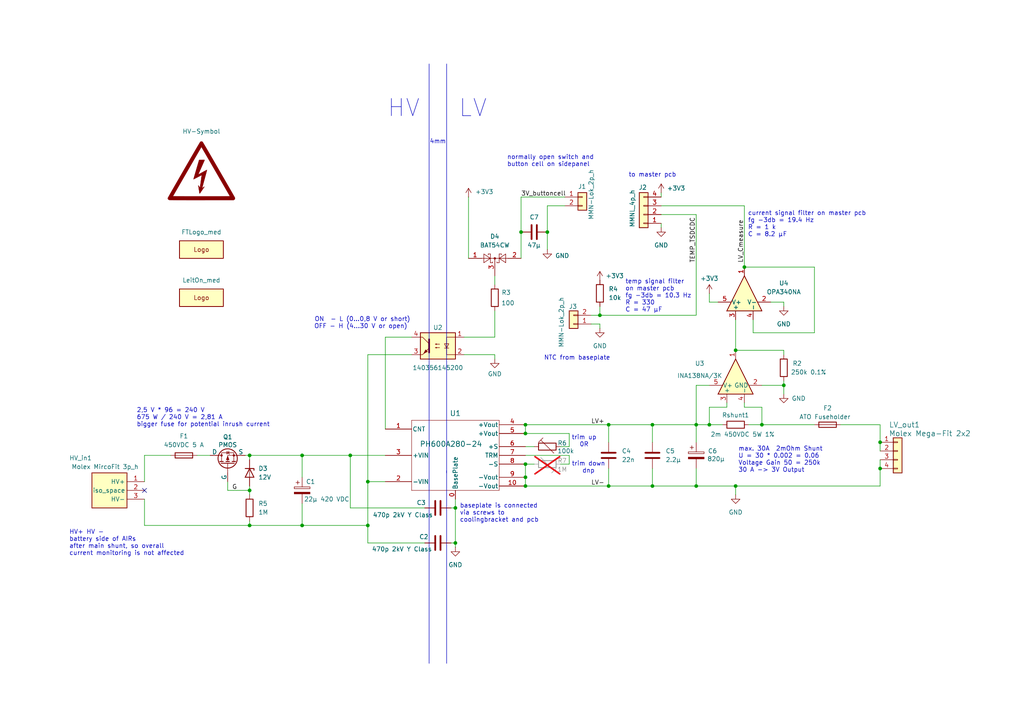
<source format=kicad_sch>
(kicad_sch (version 20231120) (generator "eeschema") (generator_version "8.0")
  (paper "A4")
  (title_block (title "TS-DCDC") (date "2024-12-12") (rev "0.5"))
  (lib_symbols
    (symbol "2024-11-18_21-41-11:PH600A280-24" (pin_names (offset 0.254))
      (property "Reference" "U1" (at 20.32 7.112 0))
      (property "Value" "PH600A280-24" (at 19.05 -1.778 0))
      (symbol "PH600A280-24_0_1"
        (polyline (pts (xy 7.62 -15.24) (xy 33.02 -15.24)) (stroke (width 0.127)))
        (polyline (pts (xy 7.62 5.08) (xy 7.62 -15.24)) (stroke (width 0.127)))
        (polyline (pts (xy 33.02 -15.24) (xy 33.02 5.08)) (stroke (width 0.127)))
        (polyline (pts (xy 33.02 5.08) (xy 7.62 5.08)) (stroke (width 0.127)))
      )
      (symbol "PH600A280-24_1_1"
        (pin passive line (at 20.32 -17.78 90) (length 2.54) (name "BasePlate") (number "0"))
        (pin input line (at 0 2.54 0) (length 7.62) (name "CNT") (number "1"))
        (pin power_out line (at 40.64 -13.97 180) (length 7.62) (name "-Vout") (number "10"))
        (pin power_in line (at 0 -12.7 0) (length 7.62) (name "-VIN") (number "2"))
        (pin power_in line (at 0 -5.08 0) (length 7.62) (name "+VIN") (number "3"))
        (pin power_out line (at 40.64 3.81 180) (length 7.62) (name "+Vout") (number "4"))
        (pin power_out line (at 40.64 1.27 180) (length 7.62) (name "+Vout") (number "5"))
        (pin input line (at 40.64 -2.54 180) (length 7.62) (name "+S") (number "6"))
        (pin input line (at 40.64 -5.08 180) (length 7.62) (name "TRM") (number "7"))
        (pin input line (at 40.64 -7.62 180) (length 7.62) (name "-S") (number "8"))
        (pin power_out line (at 40.64 -11.43 180) (length 7.62) (name "-Vout") (number "9"))
      )
    )
    (symbol "43650-0317:43650-0317"
      (property "Reference" "HV_in1" (at 10.16 -12.7 0))
      (property "Value" "43650-0317" (at 10.16 -10.16 0))
      (symbol "43650-0317_1_1"
        (rectangle (start 5.08 2.54) (end 15.24 -7.62) (stroke (width 0.254)) (fill (type background)))
        (pin power_out line (at 0 -5.08 0) (length 5.08) (name "HV+") (number "1"))
        (pin passive line (at 0 -2.54 0) (length 5.08) (name "iso_space") (number "2"))
        (pin power_out line (at 0 0 0) (length 5.08) (name "HV-") (number "3"))
      )
    )
    (symbol "Amplifier_Current:INA138" (pin_names (offset 0.127))
      (property "Reference" "U" (at 3.81 5.08 0))
      (property "Value" "INA138" (at 3.81 2.54 0))
      (symbol "INA138_0_1"
        (polyline (pts (xy -5.08 5.08) (xy 5.08 0) (xy -5.08 -5.08) (xy -5.08 5.08)) (stroke (width 0.254)) (fill (type background)))
      )
      (symbol "INA138_1_1"
        (pin output line (at 7.62 0 180) (length 2.54) (name "~") (number "1"))
        (pin power_in line (at -2.54 -7.62 90) (length 3.81) (name "GND") (number "2"))
        (pin input line (at -7.62 2.54 0) (length 2.54) (name "+") (number "3"))
        (pin input line (at -7.62 -2.54 0) (length 2.54) (name "-") (number "4"))
        (pin power_in line (at -2.54 7.62 270) (length 3.81) (name "V+") (number "5"))
      )
    )
    (symbol "Amplifier_Operational:OPA340NA" (pin_names (offset 0.127))
      (property "Reference" "U" (at -1.27 6.35 0))
      (property "Value" "OPA340NA" (at -1.27 3.81 0))
      (symbol "OPA340NA_0_1"
        (polyline (pts (xy -5.08 5.08) (xy 5.08 0) (xy -5.08 -5.08) (xy -5.08 5.08)) (stroke (width 0.254)) (fill (type background)))
        (pin power_in line (at -2.54 -7.62 90) (length 3.81) (name "V-") (number "2"))
        (pin power_in line (at -2.54 7.62 270) (length 3.81) (name "V+") (number "5"))
      )
      (symbol "OPA340NA_1_1"
        (pin output line (at 7.62 0 180) (length 2.54) (name "~") (number "1"))
        (pin input line (at -7.62 2.54 0) (length 2.54) (name "+") (number "3"))
        (pin input line (at -7.62 -2.54 0) (length 2.54) (name "-") (number "4"))
      )
    )
    (symbol "Connector_Generic:Conn_01x02" (pin_names (offset 1.016) hide)
      (property "Reference" "J" (at 0 2.54 0))
      (property "Value" "Conn_01x02" (at 0 -5.08 0))
      (symbol "Conn_01x02_1_1"
        (rectangle (start -1.27 -2.413) (end 0 -2.667) (stroke (width 0.1524)))
        (rectangle (start -1.27 0.127) (end 0 -0.127) (stroke (width 0.1524)))
        (rectangle (start -1.27 1.27) (end 1.27 -3.81) (stroke (width 0.254)) (fill (type background)))
        (pin passive line (at -5.08 0 0) (length 3.81) (name "Pin_1") (number "1"))
        (pin passive line (at -5.08 -2.54 0) (length 3.81) (name "Pin_2") (number "2"))
      )
    )
    (symbol "Connector_Generic:Conn_01x04" (pin_names (offset 1.016) hide)
      (property "Reference" "J" (at 0 5.08 0))
      (property "Value" "Conn_01x04" (at 0 -7.62 0))
      (symbol "Conn_01x04_1_1"
        (rectangle (start -1.27 -4.953) (end 0 -5.207) (stroke (width 0.1524)))
        (rectangle (start -1.27 -2.413) (end 0 -2.667) (stroke (width 0.1524)))
        (rectangle (start -1.27 0.127) (end 0 -0.127) (stroke (width 0.1524)))
        (rectangle (start -1.27 2.667) (end 0 2.413) (stroke (width 0.1524)))
        (rectangle (start -1.27 3.81) (end 1.27 -6.35) (stroke (width 0.254)) (fill (type background)))
        (pin passive line (at -5.08 2.54 0) (length 3.81) (name "Pin_1") (number "1"))
        (pin passive line (at -5.08 0 0) (length 3.81) (name "Pin_2") (number "2"))
        (pin passive line (at -5.08 -2.54 0) (length 3.81) (name "Pin_3") (number "3"))
        (pin passive line (at -5.08 -5.08 0) (length 3.81) (name "Pin_4") (number "4"))
      )
    )
    (symbol "Device:C" (pin_numbers hide) (pin_names (offset 0.254))
      (property "Reference" "C" (at 0.635 2.54 0))
      (property "Value" "C" (at 0.635 -2.54 0))
      (symbol "C_0_1"
        (polyline (pts (xy -2.032 -0.762) (xy 2.032 -0.762)) (stroke (width 0.508)))
        (polyline (pts (xy -2.032 0.762) (xy 2.032 0.762)) (stroke (width 0.508)))
      )
      (symbol "C_1_1"
        (pin passive line (at 0 3.81 270) (length 2.794) (name "~") (number "1"))
        (pin passive line (at 0 -3.81 90) (length 2.794) (name "~") (number "2"))
      )
    )
    (symbol "Device:C_Polarized" (pin_numbers hide) (pin_names (offset 0.254))
      (property "Reference" "C" (at 0.635 2.54 0))
      (property "Value" "C_Polarized" (at 0.635 -2.54 0))
      (symbol "C_Polarized_0_1"
        (rectangle (start -2.286 0.508) (end 2.286 1.016))
        (polyline (pts (xy -1.778 2.286) (xy -0.762 2.286)))
        (polyline (pts (xy -1.27 2.794) (xy -1.27 1.778)))
        (rectangle (start 2.286 -0.508) (end -2.286 -1.016) (fill (type outline)))
      )
      (symbol "C_Polarized_1_1"
        (pin passive line (at 0 3.81 270) (length 2.794) (name "~") (number "1"))
        (pin passive line (at 0 -3.81 90) (length 2.794) (name "~") (number "2"))
      )
    )
    (symbol "Device:D_Zener" (pin_numbers hide) (pin_names (offset 1.016) hide)
      (property "Reference" "D" (at 0 2.54 0))
      (property "Value" "D_Zener" (at 0 -2.54 0))
      (symbol "D_Zener_0_1"
        (polyline (pts (xy 1.27 0) (xy -1.27 0)))
        (polyline (pts (xy -1.27 -1.27) (xy -1.27 1.27) (xy -0.762 1.27)) (stroke (width 0.254)))
        (polyline (pts (xy 1.27 -1.27) (xy 1.27 1.27) (xy -1.27 0) (xy 1.27 -1.27)) (stroke (width 0.254)))
      )
      (symbol "D_Zener_1_1"
        (pin passive line (at -3.81 0 0) (length 2.54) (name "K") (number "1"))
        (pin passive line (at 3.81 0 180) (length 2.54) (name "A") (number "2"))
      )
    )
    (symbol "Device:Fuse" (pin_numbers hide) (pin_names (offset 0))
      (property "Reference" "F" (at 2.032 0 90))
      (property "Value" "Fuse" (at -1.905 0 90))
      (symbol "Fuse_0_1"
        (rectangle (start -0.762 -2.54) (end 0.762 2.54) (stroke (width 0.254)))
        (polyline (pts (xy 0 2.54) (xy 0 -2.54)))
      )
      (symbol "Fuse_1_1"
        (pin passive line (at 0 3.81 270) (length 1.27) (name "~") (number "1"))
        (pin passive line (at 0 -3.81 90) (length 1.27) (name "~") (number "2"))
      )
    )
    (symbol "Device:R" (pin_numbers hide) (pin_names (offset 0))
      (property "Reference" "R" (at 2.032 0 90))
      (property "Value" "R" (at 0 0 90))
      (symbol "R_0_1"
        (rectangle (start -1.016 -2.54) (end 1.016 2.54) (stroke (width 0.254)))
      )
      (symbol "R_1_1"
        (pin passive line (at 0 3.81 270) (length 1.27) (name "~") (number "1"))
        (pin passive line (at 0 -3.81 90) (length 1.27) (name "~") (number "2"))
      )
    )
    (symbol "Device:R_Trim" (pin_numbers hide) (pin_names (offset 0))
      (property "Reference" "R" (at 2.54 -2.54 90))
      (property "Value" "R_Trim" (at -2.54 -0.635 90))
      (symbol "R_Trim_0_1"
        (rectangle (start -1.016 -2.54) (end 1.016 2.54) (stroke (width 0.254)))
        (polyline (pts (xy -1.905 -1.905) (xy 1.905 1.905) (xy 2.54 1.27) (xy 1.27 2.54)))
      )
      (symbol "R_Trim_1_1"
        (pin passive line (at 0 3.81 270) (length 1.27) (name "~") (number "1"))
        (pin passive line (at 0 -3.81 90) (length 1.27) (name "~") (number "2"))
      )
    )
    (symbol "Diode:BAT54CW" (pin_names (offset 1.016))
      (property "Reference" "D" (at 0.635 -3.81 0))
      (property "Value" "BAT54CW" (at -6.35 3.175 0))
      (symbol "BAT54CW_0_1"
        (polyline (pts (xy -1.905 0) (xy 1.905 0)))
        (polyline (pts (xy -1.905 1.27) (xy -1.905 1.016)))
        (polyline (pts (xy -1.27 -1.27) (xy -0.635 -1.27)))
        (polyline (pts (xy -1.27 0) (xy -3.81 0)))
        (polyline (pts (xy -1.27 1.27) (xy -1.905 1.27)))
        (polyline (pts (xy -1.27 1.27) (xy -1.27 -1.27)))
        (polyline (pts (xy -0.635 -1.27) (xy -0.635 -1.016)))
        (polyline (pts (xy 0.635 -1.27) (xy 0.635 -1.016)))
        (polyline (pts (xy 1.27 -1.27) (xy 0.635 -1.27)))
        (polyline (pts (xy 1.27 1.27) (xy 1.27 -1.27)))
        (polyline (pts (xy 1.27 1.27) (xy 1.905 1.27)))
        (polyline (pts (xy 1.905 1.27) (xy 1.905 1.016)))
        (polyline (pts (xy 3.81 0) (xy 1.27 0)))
        (polyline (pts (xy -3.175 -1.27) (xy -3.175 1.27) (xy -1.27 0) (xy -3.175 -1.27)))
        (polyline (pts (xy 3.175 -1.27) (xy 3.175 1.27) (xy 1.27 0) (xy 3.175 -1.27)))
        (circle (center 0 0) (radius 0.254) (fill (type outline)))
      )
      (symbol "BAT54CW_1_1"
        (pin passive line (at -7.62 0 0) (length 3.81) (name "~") (number "1"))
        (pin passive line (at 7.62 0 180) (length 3.81) (name "~") (number "2"))
        (pin passive line (at 0 -5.08 90) (length 5.08) (name "~") (number "3"))
      )
    )
    (symbol "FaSTTUBe_logos:FTLogo_med"
      (property "Value" "FTLogo_med" (at 0 -3.81 0))
      (symbol "FTLogo_med_0_0"
        (text "Logo" (at 0 0 0) (effects (font (size 1.27 1.27))))
      )
      (symbol "FTLogo_med_0_1"
        (rectangle (start -6.35 2.54) (end 6.35 -2.54) (stroke (width 0.254)) (fill (type background)))
      )
    )
    (symbol "FaSTTUBe_logos:HV-Symbol" (pin_names (offset 1.016))
      (property "Value" "HV-Symbol" (at 0 -10.16 0))
      (symbol "HV-Symbol_0_0"
        (polyline (pts (xy -0.4892 -6.6071) (xy -0.4759 -6.591) (xy -0.4273 -6.5255) (xy -0.3518 -6.4196) (xy -0.2542 -6.2805) (xy -0.1394 -6.1154) (xy -0.0124 -5.9317) (xy 0.1219 -5.7364) (xy 0.2585 -5.5367) (xy 0.3925 -5.34) (xy 0.5191 -5.1533) (xy 0.6332 -4.984) (xy 0.73 -4.8391) (xy 0.8045 -4.726) (xy 0.8518 -4.6518) (xy 0.8669 -4.6238) (xy 0.8391 -4.6326) (xy 0.7671 -4.6703) (xy 0.6626 -4.7309) (xy 0.537 -4.8081) (xy 0.4195 -4.881) (xy 0.3146 -4.9437) (xy 0.2421 -4.9843) (xy 0.2131 -4.9963) (xy 0.2151 -4.9851) (xy 0.2315 -4.9189) (xy 0.2631 -4.7973) (xy 0.3086 -4.6249) (xy 0.3669 -4.4065) (xy 0.4366 -4.1466) (xy 0.5165 -3.8499) (xy 0.6054 -3.521) (xy 0.702 -3.1645) (xy 0.8051 -2.7851) (xy 0.9135 -2.3873) (xy 0.9755 -2.1599) (xy 1.0812 -1.7709) (xy 1.1809 -1.4024) (xy 1.2735 -1.059) (xy 1.3576 -0.7454) (xy 1.432 -0.4663) (xy 1.4955 -0.2264) (xy 1.5468 -0.0304) (xy 1.5847 0.1171) (xy 1.6079 0.2112) (xy 1.6151 0.2474) (xy 1.6 0.2451) (xy 1.5342 0.2168) (xy 1.4215 0.1619) (xy 1.2678 0.0834) (xy 1.0788 -0.0157) (xy 0.8602 -0.1324) (xy 0.6178 -0.2637) (xy 0.3573 -0.4066) (xy 0.1726 -0.5084) (xy -0.0763 -0.6449) (xy -0.3032 -0.7687) (xy -0.5023 -0.8766) (xy -0.6678 -0.9654) (xy -0.7938 -1.0321) (xy -0.8747 -1.0735) (xy -0.9046 -1.0865) (xy -0.8996 -1.0709) (xy -0.8714 -1.0014) (xy -0.8205 -0.8806) (xy -0.7488 -0.7135) (xy -0.6586 -0.5046) (xy -0.5517 -0.2589) (xy -0.4304 0.0188) (xy -0.2967 0.3239) (xy -0.1526 0.6514) (xy -0.0003 0.9967) (xy 0.1049 1.235) (xy 0.253 1.5703) (xy 0.3921 1.8852) (xy 0.52 2.175) (xy 0.6346 2.4347) (xy 0.7337 2.6594) (xy 0.8152 2.8442) (xy 0.8769 2.9843) (xy 0.9167 3.0747) (xy 0.9323 3.1106) (xy 0.9309 3.1196) (xy 0.9051 3.1304) (xy 0.8453 3.1382) (xy 0.7454 3.1431) (xy 0.599 3.1453) (xy 0.4001 3.1453) (xy 0.1424 3.1431) (xy -0.6646 3.1344) (xy -1.4846 0.343) (xy -1.6044 -0.0656) (xy -1.7195 -0.4592) (xy -1.8277 -0.8304) (xy -1.9277 -1.1747) (xy -2.0183 -1.4878) (xy -2.0981 -1.7651) (xy -2.166 -2.0023) (xy -2.2206 -2.195) (xy -2.2606 -2.3386) (xy -2.2848 -2.4288) (xy -2.2919 -2.4611) (xy -2.286 -2.4597) (xy -2.2336 -2.4367) (xy -2.1322 -2.388) (xy -1.988 -2.3167) (xy -1.807 -2.2259) (xy -1.5954 -2.1186) (xy -1.3593 -1.998) (xy -1.1049 -1.867) (xy -0.9986 -1.8122) (xy -0.7512 -1.6851) (xy -0.5248 -1.5695) (xy -0.3256 -1.4685) (xy -0.1595 -1.3851) (xy -0.0328 -1.3225) (xy 0.0485 -1.2837) (xy 0.0782 -1.2717) (xy 0.0786 -1.2748) (xy 0.0749 -1.3248) (xy 0.063 -1.4299) (xy 0.0441 -1.5831) (xy 0.0189 -1.7774) (xy -0.0114 -2.0057) (xy -0.0458 -2.261) (xy -0.0835 -2.5363) (xy -0.1233 -2.8245) (xy -0.1644 -3.1186) (xy -0.2057 -3.4116) (xy -0.2463 -3.6965) (xy -0.2851 -3.9662) (xy -0.3212 -4.2137) (xy -0.3535 -4.432) (xy -0.3812 -4.614) (xy -0.4032 -4.7527) (xy -0.4186 -4.8411) (xy -0.4263 -4.8721) (xy -0.4486 -4.8511) (xy -0.4999 -4.7857) (xy -0.5714 -4.6867) (xy -0.6549 -4.5646) (xy -0.7311 -4.4535) (xy -0.805 -4.3514) (xy -0.8599 -4.282) (xy -0.8876 -4.2561) (xy -0.9014 -4.2806) (xy -0.8968 -4.3443) (xy -0.8924 -4.369) (xy -0.8778 -4.4566) (xy -0.8553 -4.5949) (xy -0.8262 -4.7758) (xy -0.792 -4.9906) (xy -0.7538 -5.2313) (xy -0.7132 -5.4892) (xy -0.6874 -5.6524) (xy -0.6486 -5.8965) (xy -0.6132 -6.1162) (xy -0.5826 -6.3034) (xy -0.558 -6.4502) (xy -0.5409 -6.5487) (xy -0.5324 -6.5909) (xy -0.521 -6.6112) (xy -0.4892 -6.6071)) (stroke (width 0.01)) (fill (type outline)))
        (polyline (pts (xy -0.7512 -8.4995) (xy 0.0488 -8.4991) (xy 9.3708 -8.4937) (xy 9.4936 -8.4173) (xy 9.5205 -8.3994) (xy 9.6443 -8.2757) (xy 9.7185 -8.1228) (xy 9.7386 -7.9548) (xy 9.6999 -7.7862) (xy 9.6933 -7.7735) (xy 9.6567 -7.7077) (xy 9.5896 -7.5892) (xy 9.4933 -7.4203) (xy 9.3691 -7.2031) (xy 9.2184 -6.9399) (xy 9.0425 -6.6332) (xy 8.8426 -6.285) (xy 8.6201 -5.8977) (xy 8.3763 -5.4736) (xy 8.1124 -5.015) (xy 7.8299 -4.524) (xy 7.53 -4.0031) (xy 7.2139 -3.4544) (xy 6.8831 -2.8803) (xy 6.5389 -2.283) (xy 6.1825 -1.6649) (xy 5.8152 -1.028) (xy 5.4384 -0.3749) (xy 5.0534 0.2924) (xy 4.7596 0.8012) (xy 4.2896 1.615) (xy 3.843 2.3874) (xy 3.4206 3.1175) (xy 3.0228 3.8044) (xy 2.6502 4.447) (xy 2.3033 5.0445) (xy 1.9827 5.5959) (xy 1.6889 6.1003) (xy 1.4225 6.5568) (xy 1.184 6.9643) (xy 0.9739 7.3221) (xy 0.7929 7.6291) (xy 0.6414 7.8844) (xy 0.52 8.0871) (xy 0.4293 8.2362) (xy 0.3697 8.3308) (xy 0.3419 8.37) (xy 0.2962 8.4088) (xy 0.1437 8.4869) (xy -0.0205 8.5068) (xy -0.1836 8.4683) (xy -0.3328 8.3714) (xy -0.3337 8.3705) (xy -0.3625 8.329) (xy -0.4218 8.2342) (xy -0.5102 8.0888) (xy -0.626 7.8955) (xy -0.7675 7.657) (xy -0.9334 7.3761) (xy -1.1219 7.0555) (xy -1.3314 6.698) (xy -1.5605 6.3063) (xy -1.8075 5.8832) (xy -2.0709 5.4313) (xy -2.349 4.9534) (xy -2.6402 4.4523) (xy -2.9431 3.9307) (xy -3.256 3.3913) (xy -3.5774 2.8369) (xy -3.9055 2.2702) (xy -4.239 1.6939) (xy -4.5762 1.1108) (xy -4.9154 0.5236) (xy -5.2553 -0.0649) (xy -5.594 -0.6521) (xy -5.9301 -1.2351) (xy -6.2621 -1.8112) (xy -6.5882 -2.3777) (xy -6.9069 -2.9319) (xy -7.2167 -3.471) (xy -7.516 -3.9923) (xy -7.8032 -4.493) (xy -8.0766 -4.9704) (xy -8.3348 -5.4218) (xy -8.5761 -5.8444) (xy -8.799 -6.2355) (xy -9.0019 -6.5924) (xy -9.1832 -6.9122) (xy -9.3412 -7.1924) (xy -9.4624 -7.4082) (xy -8.2772 -7.4082) (xy -8.2597 -7.3762) (xy -8.2115 -7.291) (xy -8.1342 -7.1555) (xy -8.0294 -6.9726) (xy -7.8989 -6.7452) (xy -7.7442 -6.4761) (xy -7.5671 -6.1683) (xy -7.3692 -5.8245) (xy -7.1521 -5.4478) (xy -6.9176 -5.041) (xy -6.6673 -4.6069) (xy -6.4029 -4.1484) (xy -6.1259 -3.6685) (xy -5.8382 -3.1699) (xy -5.5414 -2.6556) (xy -5.237 -2.1285) (xy -4.9268 -1.5914) (xy -4.6125 -1.0472) (xy -4.2957 -0.4988) (xy -3.9781 0.0509) (xy -3.6613 0.599) (xy -3.347 1.1428) (xy -3.0369 1.6792) (xy -2.7327 2.2054) (xy -2.4359 2.7185) (xy -2.1483 3.2157) (xy -1.8715 3.6941) (xy -1.6072 4.1507) (xy -1.357 4.5828) (xy -1.1227 4.9874) (xy -0.9058 5.3616) (xy -0.7081 5.7026) (xy -0.5312 6.0075) (xy -0.3768 6.2734) (xy -0.2465 6.4974) (xy -0.142 6.6766) (xy -0.065 6.8083) (xy -0.0171 6.8894) (xy 0 6.9171) (xy 0.0002 6.917) (xy 0.0191 6.8867) (xy 0.0688 6.803) (xy 0.1474 6.669) (xy 0.2535 6.4875) (xy 0.3853 6.2614) (xy 0.5411 5.9935) (xy 0.7192 5.6868) (xy 0.9181 5.3441) (xy 1.1361 4.9683) (xy 1.3714 4.5623) (xy 1.6225 4.129) (xy 1.8876 3.6712) (xy 2.1651 3.1917) (xy 2.4534 2.6936) (xy 2.7507 2.1797) (xy 3.0554 1.6528) (xy 3.3659 1.1159) (xy 3.6804 0.5717) (xy 3.9974 0.0233) (xy 4.3151 -0.5266) (xy 4.632 -1.0751) (xy 4.9462 -1.6192) (xy 5.2562 -2.1561) (xy 5.5603 -2.6829) (xy 5.8568 -3.1968) (xy 6.1442 -3.6948) (xy 6.4206 -4.1741) (xy 6.6844 -4.6318) (xy 6.9341 -5.065) (xy 7.1679 -5.4708) (xy 7.3841 -5.8465) (xy 7.5811 -6.189) (xy 7.7572 -6.4955) (xy 7.9109 -6.7631) (xy 8.0403 -6.989) (xy 8.1438 -7.1703) (xy 8.2198 -7.304) (xy 8.2667 -7.3874) (xy 8.2827 -7.4175) (xy 8.2727 -7.4185) (xy 8.2056 -7.4203) (xy 8.0779 -7.422) (xy 7.8921 -7.4237) (xy 7.6511 -7.4253) (xy 7.3575 -7.4269) (xy 7.0141 -7.4284) (xy 6.6236 -7.4298) (xy 6.1887 -7.4311) (xy 5.7121 -7.4324) (xy 5.1966 -7.4335) (xy 4.6448 -7.4345) (xy 4.0596 -7.4354) (xy 3.4436 -7.4362) (xy 2.7996 -7.4369) (xy 2.1302 -7.4374) (xy 1.4382 -7.4378) (xy 0.7264 -7.438) (xy -0.0027 -7.4381) (xy -0.309 -7.4381) (xy -1.147 -7.4379) (xy -1.9474 -7.4374) (xy -2.7085 -7.4368) (xy -3.4285 -7.4359) (xy -4.1058 -7.4349) (xy -4.7386 -7.4336) (xy -5.3253 -7.4322) (xy -5.8641 -7.4305) (xy -6.3533 -7.4287) (xy -6.7913 -7.4267) (xy -7.1762 -7.4245) (xy -7.5064 -7.4222) (xy -7.7802 -7.4197) (xy -7.9959 -7.417) (xy -8.1518 -7.4142) (xy -8.2461 -7.4113) (xy -8.2772 -7.4082) (xy -9.4624 -7.4082) (xy -9.4746 -7.43) (xy -9.5816 -7.6225) (xy -9.6606 -7.7671) (xy -9.7102 -7.8609) (xy -9.7287 -7.9014) (xy -9.7289 -7.9026) (xy -9.7335 -8.0172) (xy -9.7143 -8.1285) (xy -9.6792 -8.2033) (xy -9.5907 -8.3193) (xy -9.4796 -8.4176) (xy -9.3676 -8.4762) (xy -9.3591 -8.4772) (xy -9.2932 -8.4796) (xy -9.1659 -8.4819) (xy -8.9795 -8.484) (xy -8.7364 -8.4861) (xy -8.4391 -8.488) (xy -8.09 -8.4898) (xy -7.6916 -8.4915) (xy -7.2463 -8.493) (xy -6.7565 -8.4944) (xy -6.2247 -8.4957) (xy -5.6534 -8.4968) (xy -5.045 -8.4977) (xy -4.4018 -8.4984) (xy -3.7264 -8.499) (xy -3.0212 -8.4994) (xy -2.2887 -8.4997) (xy -1.5312 -8.4997) (xy -0.7512 -8.4995)) (stroke (width 0.01)) (fill (type outline)))
      )
    )
    (symbol "FaSTTUBe_logos:LeitOn_med"
      (property "Value" "LeitOn_med" (at 0 -3.81 0))
      (symbol "LeitOn_med_0_0"
        (text "Logo" (at 0 0 0) (effects (font (size 1.27 1.27))))
      )
      (symbol "LeitOn_med_0_1"
        (rectangle (start -6.35 2.54) (end 6.35 -2.54) (stroke (width 0.254)) (fill (type background)))
      )
    )
    (symbol "Relay_SolidState:34.81-7048"
      (property "Reference" "U2" (at 0 5.334 0))
      (property "Value" "140356145200" (at 0 -6.35 0))
      (symbol "34.81-7048_0_1"
        (rectangle (start -5.08 3.81) (end 5.08 -3.81) (stroke (width 0.254)) (fill (type background)))
        (polyline (pts (xy -3.175 -0.635) (xy -1.905 -0.635)))
        (polyline (pts (xy 2.54 1.905) (xy 2.54 -1.905) (xy 2.54 -1.905)) (stroke (width 0.508)))
        (polyline (pts (xy -5.08 2.54) (xy -2.54 2.54) (xy -2.54 -2.54) (xy -5.08 -2.54)))
        (polyline (pts (xy -2.54 -0.635) (xy -3.175 0.635) (xy -1.905 0.635) (xy -2.54 -0.635)))
        (polyline (pts (xy -0.508 -0.508) (xy 0.762 -0.508) (xy 0.381 -0.635) (xy 0.381 -0.381) (xy 0.762 -0.508)))
        (polyline (pts (xy -0.508 0.508) (xy 0.762 0.508) (xy 0.381 0.381) (xy 0.381 0.635) (xy 0.762 0.508)))
        (polyline (pts (xy 3.048 -1.651) (xy 3.556 -1.143) (xy 4.064 -2.159) (xy 3.048 -1.651) (xy 3.048 -1.651)) (fill (type outline)))
        (polyline (pts (xy 5.08 2.54) (xy 4.445 2.54) (xy 2.54 0.635) (xy 2.54 -0.635) (xy 4.445 -2.54) (xy 5.08 -2.54)))
      )
      (symbol "34.81-7048_1_1"
        (pin passive line (at -7.62 2.54 0) (length 2.54) (name "") (number "1"))
        (pin passive line (at -7.62 -2.54 0) (length 2.54) (name "~") (number "2"))
        (pin passive line (at 7.62 -2.54 180) (length 2.54) (name "~") (number "3"))
        (pin passive line (at 7.62 2.54 180) (length 2.54) (name "~") (number "4"))
      )
    )
    (symbol "Simulation_SPICE:PMOS" (pin_numbers hide) (pin_names (offset 0))
      (property "Reference" "Q" (at 5.08 1.27 0))
      (property "Value" "PMOS" (at 5.08 -1.27 0))
      (symbol "PMOS_0_1"
        (polyline (pts (xy 0.254 0) (xy -2.54 0)))
        (polyline (pts (xy 0.254 1.905) (xy 0.254 -1.905)) (stroke (width 0.254)))
        (polyline (pts (xy 0.762 -1.27) (xy 0.762 -2.286)) (stroke (width 0.254)))
        (polyline (pts (xy 0.762 0.508) (xy 0.762 -0.508)) (stroke (width 0.254)))
        (polyline (pts (xy 0.762 2.286) (xy 0.762 1.27)) (stroke (width 0.254)))
        (polyline (pts (xy 2.54 2.54) (xy 2.54 1.778)))
        (polyline (pts (xy 2.54 -2.54) (xy 2.54 0) (xy 0.762 0)))
        (polyline (pts (xy 0.762 1.778) (xy 3.302 1.778) (xy 3.302 -1.778) (xy 0.762 -1.778)))
        (polyline (pts (xy 2.286 0) (xy 1.27 0.381) (xy 1.27 -0.381) (xy 2.286 0)) (fill (type outline)))
        (polyline (pts (xy 2.794 -0.508) (xy 2.921 -0.381) (xy 3.683 -0.381) (xy 3.81 -0.254)))
        (polyline (pts (xy 3.302 -0.381) (xy 2.921 0.254) (xy 3.683 0.254) (xy 3.302 -0.381)))
        (circle (center 1.651 0) (radius 2.794) (stroke (width 0.254)))
        (circle (center 2.54 -1.778) (radius 0.254) (fill (type outline)))
        (circle (center 2.54 1.778) (radius 0.254) (fill (type outline)))
      )
      (symbol "PMOS_1_1"
        (pin passive line (at 2.54 5.08 270) (length 2.54) (name "D") (number "1"))
        (pin input line (at -5.08 0 0) (length 2.54) (name "G") (number "2"))
        (pin passive line (at 2.54 -5.08 90) (length 2.54) (name "S") (number "3"))
      )
    )
    (symbol "power:+3V3" (power) (pin_numbers hide) (pin_names (offset 0) hide)
      (property "Value" "+3V3" (at 0 3.556 0))
      (symbol "+3V3_0_1"
        (polyline (pts (xy -0.762 1.27) (xy 0 2.54)))
        (polyline (pts (xy 0 0) (xy 0 2.54)))
        (polyline (pts (xy 0 2.54) (xy 0.762 1.27)))
      )
      (symbol "+3V3_1_1"
        (pin power_in line (at 0 0 90) (length 0) (name "~") (number "1"))
      )
    )
    (symbol "power:GND" (power) (pin_numbers hide) (pin_names (offset 0) hide)
      (property "Value" "GND" (at 0 -3.81 0))
      (symbol "GND_0_1"
        (polyline (pts (xy 0 0) (xy 0 -1.27) (xy 1.27 -1.27) (xy 0 -2.54) (xy -1.27 -1.27) (xy 0 -1.27)))
      )
      (symbol "GND_1_1"
        (pin power_in line (at 0 0 270) (length 0) (name "~") (number "1"))
      )
    )
  )
  (junction (at 213.36 140.97))
  (junction (at 152.4 134.62))
  (junction (at 189.23 140.97))
  (junction (at 201.93 140.97))
  (junction (at 106.68 139.7))
  (junction (at 87.63 152.4))
  (junction (at 189.23 123.19))
  (junction (at 176.53 123.19))
  (junction (at 151.13 67.31))
  (junction (at 152.4 138.43))
  (junction (at 213.36 101.6))
  (junction (at 152.4 123.19))
  (junction (at 132.08 157.48))
  (junction (at 106.68 152.4))
  (junction (at 152.4 140.97))
  (junction (at 72.39 132.08))
  (junction (at 72.39 142.24))
  (junction (at 205.74 123.19))
  (junction (at 201.93 123.19))
  (junction (at 176.53 140.97))
  (junction (at 255.27 135.89))
  (junction (at 72.39 152.4))
  (junction (at 173.99 91.44))
  (junction (at 158.75 67.31))
  (junction (at 152.4 125.73))
  (junction (at 220.98 123.19))
  (junction (at 255.27 128.27))
  (junction (at 132.08 147.32))
  (junction (at 215.9 77.47))
  (junction (at 101.6 132.08))
  (junction (at 227.33 111.76))
  (junction (at 87.63 132.08))
  (no_connect (at 41.91 142.24))
  (wire (pts (xy 213.36 140.97) (xy 213.36 143.51)))
  (wire (pts (xy 191.77 59.69) (xy 215.9 59.69)))
  (wire (pts (xy 41.91 152.4) (xy 41.91 144.78)))
  (wire (pts (xy 176.53 123.19) (xy 176.53 128.27)))
  (wire (pts (xy 176.53 135.89) (xy 176.53 140.97)))
  (wire (pts (xy 111.76 97.79) (xy 111.76 124.46)))
  (wire (pts (xy 158.75 59.69) (xy 158.75 67.31)))
  (wire (pts (xy 201.93 123.19) (xy 205.74 123.19)))
  (wire (pts (xy 152.4 134.62) (xy 154.94 134.62)))
  (wire (pts (xy 201.93 111.76) (xy 205.74 111.76)))
  (wire (pts (xy 106.68 139.7) (xy 111.76 139.7)))
  (wire (pts (xy 151.13 57.15) (xy 163.83 57.15)))
  (wire (pts (xy 132.08 157.48) (xy 130.81 157.48)))
  (wire (pts (xy 106.68 139.7) (xy 106.68 152.4)))
  (wire (pts (xy 201.93 62.23) (xy 201.93 91.44)))
  (wire (pts (xy 173.99 93.98) (xy 171.45 93.98)))
  (wire (pts (xy 143.51 80.01) (xy 143.51 82.55)))
  (wire (pts (xy 205.74 123.19) (xy 209.55 123.19)))
  (wire (pts (xy 134.62 102.87) (xy 143.51 102.87)))
  (wire (pts (xy 165.1 129.54) (xy 162.56 129.54)))
  (wire (pts (xy 134.62 97.79) (xy 143.51 97.79)))
  (wire (pts (xy 201.93 111.76) (xy 201.93 123.19)))
  (wire (pts (xy 210.82 116.84) (xy 210.82 118.11)))
  (wire (pts (xy 210.82 118.11) (xy 205.74 118.11)))
  (wire (pts (xy 135.89 57.15) (xy 135.89 74.93)))
  (wire (pts (xy 218.44 96.52) (xy 236.22 96.52)))
  (wire (pts (xy 243.84 123.19) (xy 255.27 123.19)))
  (wire (pts (xy 165.1 134.62) (xy 165.1 132.08)))
  (wire (pts (xy 227.33 111.76) (xy 227.33 114.3)))
  (wire (pts (xy 152.4 123.19) (xy 176.53 123.19)))
  (polyline (pts (xy 124.46 18.542) (xy 124.46 192.405)))
  (wire (pts (xy 208.28 87.63) (xy 205.74 87.63)))
  (wire (pts (xy 191.77 66.04) (xy 191.77 64.77)))
  (wire (pts (xy 151.13 57.15) (xy 151.13 67.31)))
  (wire (pts (xy 152.4 138.43) (xy 152.4 134.62)))
  (wire (pts (xy 41.91 152.4) (xy 72.39 152.4)))
  (wire (pts (xy 132.08 147.32) (xy 132.08 157.48)))
  (wire (pts (xy 220.98 118.11) (xy 220.98 123.19)))
  (wire (pts (xy 255.27 128.27) (xy 255.27 130.81)))
  (wire (pts (xy 227.33 88.9) (xy 227.33 87.63)))
  (wire (pts (xy 152.4 129.54) (xy 154.94 129.54)))
  (wire (pts (xy 71.12 132.08) (xy 72.39 132.08)))
  (wire (pts (xy 72.39 133.35) (xy 72.39 132.08)))
  (wire (pts (xy 72.39 143.51) (xy 72.39 142.24)))
  (wire (pts (xy 66.04 139.7) (xy 66.04 142.24)))
  (wire (pts (xy 106.68 152.4) (xy 106.68 157.48)))
  (wire (pts (xy 189.23 140.97) (xy 201.93 140.97)))
  (wire (pts (xy 213.36 92.71) (xy 213.36 101.6)))
  (wire (pts (xy 213.36 140.97) (xy 255.27 140.97)))
  (wire (pts (xy 173.99 88.9) (xy 173.99 91.44)))
  (wire (pts (xy 72.39 152.4) (xy 87.63 152.4)))
  (wire (pts (xy 173.99 91.44) (xy 201.93 91.44)))
  (wire (pts (xy 189.23 123.19) (xy 189.23 128.27)))
  (wire (pts (xy 220.98 111.76) (xy 227.33 111.76)))
  (wire (pts (xy 189.23 135.89) (xy 189.23 140.97)))
  (wire (pts (xy 201.93 135.89) (xy 201.93 140.97)))
  (wire (pts (xy 158.75 67.31) (xy 158.75 72.39)))
  (wire (pts (xy 220.98 118.11) (xy 215.9 118.11)))
  (wire (pts (xy 87.63 152.4) (xy 106.68 152.4)))
  (wire (pts (xy 106.68 102.87) (xy 119.38 102.87)))
  (wire (pts (xy 87.63 132.08) (xy 101.6 132.08)))
  (wire (pts (xy 132.08 144.78) (xy 132.08 147.32)))
  (polyline (pts (xy 129.54 136.525) (xy 129.54 192.405)))
  (wire (pts (xy 152.4 123.19) (xy 152.4 125.73)))
  (wire (pts (xy 87.63 132.08) (xy 87.63 138.43)))
  (wire (pts (xy 191.77 57.15) (xy 191.77 55.88)))
  (wire (pts (xy 236.22 77.47) (xy 215.9 77.47)))
  (wire (pts (xy 165.1 125.73) (xy 152.4 125.73)))
  (wire (pts (xy 72.39 142.24) (xy 72.39 140.97)))
  (wire (pts (xy 205.74 118.11) (xy 205.74 123.19)))
  (wire (pts (xy 101.6 132.08) (xy 111.76 132.08)))
  (wire (pts (xy 106.68 102.87) (xy 106.68 139.7)))
  (wire (pts (xy 236.22 96.52) (xy 236.22 77.47)))
  (wire (pts (xy 60.96 132.08) (xy 57.15 132.08)))
  (wire (pts (xy 72.39 132.08) (xy 87.63 132.08)))
  (wire (pts (xy 162.56 134.62) (xy 165.1 134.62)))
  (wire (pts (xy 163.83 59.69) (xy 158.75 59.69)))
  (wire (pts (xy 176.53 123.19) (xy 189.23 123.19)))
  (wire (pts (xy 227.33 87.63) (xy 223.52 87.63)))
  (wire (pts (xy 173.99 91.44) (xy 171.45 91.44)))
  (wire (pts (xy 72.39 151.13) (xy 72.39 152.4)))
  (wire (pts (xy 201.93 140.97) (xy 213.36 140.97)))
  (wire (pts (xy 217.17 123.19) (xy 220.98 123.19)))
  (wire (pts (xy 215.9 59.69) (xy 215.9 77.47)))
  (wire (pts (xy 152.4 140.97) (xy 176.53 140.97)))
  (polyline (pts (xy 129.54 18.542) (xy 129.54 137.16)))
  (wire (pts (xy 123.19 147.32) (xy 101.6 147.32)))
  (wire (pts (xy 152.4 140.97) (xy 152.4 138.43)))
  (wire (pts (xy 255.27 133.35) (xy 255.27 135.89)))
  (wire (pts (xy 66.04 142.24) (xy 72.39 142.24)))
  (wire (pts (xy 176.53 140.97) (xy 189.23 140.97)))
  (wire (pts (xy 173.99 93.98) (xy 173.99 95.25)))
  (wire (pts (xy 215.9 118.11) (xy 215.9 116.84)))
  (wire (pts (xy 152.4 132.08) (xy 165.1 132.08)))
  (wire (pts (xy 255.27 135.89) (xy 255.27 140.97)))
  (wire (pts (xy 189.23 123.19) (xy 201.93 123.19)))
  (wire (pts (xy 151.13 67.31) (xy 151.13 74.93)))
  (wire (pts (xy 143.51 97.79) (xy 143.51 90.17)))
  (wire (pts (xy 165.1 129.54) (xy 165.1 125.73)))
  (wire (pts (xy 132.08 147.32) (xy 130.81 147.32)))
  (wire (pts (xy 132.08 158.75) (xy 132.08 157.48)))
  (wire (pts (xy 101.6 147.32) (xy 101.6 132.08)))
  (wire (pts (xy 106.68 157.48) (xy 123.19 157.48)))
  (wire (pts (xy 111.76 97.79) (xy 119.38 97.79)))
  (wire (pts (xy 227.33 101.6) (xy 227.33 102.87)))
  (wire (pts (xy 220.98 123.19) (xy 236.22 123.19)))
  (wire (pts (xy 41.91 132.08) (xy 49.53 132.08)))
  (wire (pts (xy 213.36 101.6) (xy 227.33 101.6)))
  (wire (pts (xy 205.74 87.63) (xy 205.74 85.09)))
  (wire (pts (xy 41.91 132.08) (xy 41.91 139.7)))
  (wire (pts (xy 255.27 123.19) (xy 255.27 128.27)))
  (wire (pts (xy 227.33 110.49) (xy 227.33 111.76)))
  (wire (pts (xy 201.93 62.23) (xy 191.77 62.23)))
  (wire (pts (xy 218.44 96.52) (xy 218.44 92.71)))
  (wire (pts (xy 87.63 152.4) (xy 87.63 146.05)))
  (wire (pts (xy 143.51 102.87) (xy 143.51 104.14)))
  (wire (pts (xy 201.93 123.19) (xy 201.93 128.27)))
  (text "trim down\ndnp" (at 170.688 135.636 0) (effects (font (size 1.27 1.27))))
  (text " ON  - L (0...0,8 V or short)\nOFF - H (4...30 V or open)" (at 104.648 93.726 0) (effects (font (size 1.27 1.27))))
  (text "max. 30A  2mOhm Shunt \nU = 30 * 0.002 = 0.06\nVoltage Gain 50 = 250k\n30 A -> 3V Output\n" (at 214.122 133.35 0) (effects (font (size 1.27 1.27)) (justify left)))
  (text "trim up\n0R" (at 169.418 128.016 0) (effects (font (size 1.27 1.27))))
  (text "2,5 V * 96 = 240 V\n675 W / 240 V = 2,81 A\nbigger fuse for potential inrush current\n\n" (at 39.624 122.174 0) (effects (font (size 1.27 1.27)) (justify left)))
  (text "current signal filter on master pcb\nfg -3db = 19.4 Hz\nR = 1 k\nC = 8.2 µF\n" (at 216.916 65.024 0) (effects (font (size 1.27 1.27)) (justify left)))
  (text "LV" (at 137.16 31.496 0) (effects (font (size 5 5))))
  (text "4mm" (at 127 41.148 0) (effects (font (size 1.27 1.27))))
  (text "normally open switch and\nbutton cell on sidepanel\n " (at 147.066 44.958 0) (effects (font (size 1.27 1.27)) (justify left top)))
  (text "NTC from baseplate" (at 167.386 103.886 0) (effects (font (size 1.27 1.27))))
  (text "HV" (at 117.094 31.496 0) (effects (font (size 5 5))))
  (text "HV+ HV -\nbattery side of AIRs\nafter main shunt, so overall \ncurrent monitoring is not affected" (at 20.066 157.48 0) (effects (font (size 1.27 1.27)) (justify left)))
  (text "to master pcb" (at 189.23 50.8 0) (effects (font (size 1.27 1.27))))
  (text "baseplate is connected \nvia screws to \ncoolingbracket and pcb\n" (at 133.35 148.844 0) (effects (font (size 1.27 1.27)) (justify left)))
  (text "temp signal filter \non master pcb\nfg -3db = 10.3 Hz\nR = 330\nC = 47 µF" (at 181.356 85.852 0) (effects (font (size 1.27 1.27)) (justify left)))
  (label "LV+" (at 171.45 123.19 0))
  (label "LV-" (at 171.45 140.97 0))
  (label "TEMP_TSDCDC" (at 201.93 76.2 90))
  (label "G" (at 67.31 142.24 0))
  (label "LV_Cmeasure" (at 215.9 76.2 90))
  (label "3V_buttoncell" (at 151.13 57.15 0))
  (symbol (lib_id "Device:C") (at 176.53 132.08 0) (unit 1)
    (property "Reference" "C4" (at 180.34 130.8099 0) (effects (justify left)))
    (property "Value" "22n" (at 180.34 133.3499 0) (effects (justify left)))
    (property "Footprint" "Capacitor_SMD:C_1206_3216Metric" (effects (hide yes)))
    (property "Description" "Unpolarized capacitor" (effects (hide yes)))
  )
  (symbol (lib_id "Device:R") (at 72.39 147.32 0) (unit 1)
    (property "Reference" "R5" (at 74.93 146.0499 0) (effects (justify left)))
    (property "Value" "1M" (at 74.93 148.5899 0) (effects (justify left)))
    (property "Footprint" "Resistor_SMD:R_1206_3216Metric" (effects (hide yes)))
    (property "Description" "Resistor" (effects (hide yes)))
  )
  (symbol (lib_id "Connector_Generic:Conn_01x04") (at 186.69 62.23 180) (unit 1)
    (property "Reference" "J2" (at 186.436 54.356 0))
    (property "Value" "MMNL_4p_h" (at 183.388 60.452 90))
    (property "Footprint" "FaSTTUBe_connectors:Micro_Mate-N-Lok_4p_horizontal" (effects (hide yes)))
    (property "Description" "Generic connector, single row, 01x04, script generated (kicad-library-utils/schlib/autogen/connector/)" (effects (hide yes)))
  )
  (symbol (lib_id "power:GND") (at 213.36 143.51 0) (unit 1)
    (property "Reference" "#PWR01" (effects (hide yes)))
    (property "Value" "GND" (at 213.36 148.59 0))
    (property "Description" "Power symbol creates a global label with name \"GND\" , ground" (effects (hide yes)))
  )
  (symbol (lib_id "Device:D_Zener") (at 72.39 137.16 270) (unit 1)
    (property "Reference" "D3" (at 74.93 135.8899 90) (effects (justify left)))
    (property "Value" "12V" (at 74.93 138.4299 90) (effects (justify left)))
    (property "Footprint" "Diode_SMD:D_SOD-323" (effects (hide yes)))
    (property "Datasheet" "https://assets.nexperia.com/documents/data-sheet/PDZ-B_SER.pdf" (effects (hide yes)))
    (property "Description" "Zener diode" (effects (hide yes)))
  )
  (symbol (lib_id "power:+3V3") (at 191.77 55.88 0) (mirror y) (unit 1)
    (property "Reference" "#PWR05" (effects (hide yes)))
    (property "Value" "+3V3" (at 196.088 54.61 0))
    (property "Description" "Power symbol creates a global label with name \"+3V3\"" (effects (hide yes)))
  )
  (symbol (lib_id "Amplifier_Operational:OPA340NA") (at 215.9 85.09 90) (unit 1)
    (property "Reference" "U4" (at 227.33 82.1338 90))
    (property "Value" "OPA340NA" (at 227.33 84.6738 90))
    (property "Footprint" "Package_TO_SOT_SMD:SOT-23-5" (effects (hide yes)))
    (property "Datasheet" "http://www.ti.com/lit/ds/symlink/opa340.pdf" (effects (hide yes)))
    (property "Description" "Single Single-Supply, Rail-to-Rail Operational Amplifier, MicroAmplifier Series, SOT-23-5" (effects (hide yes)))
  )
  (symbol (lib_id "Device:C_Polarized") (at 87.63 142.24 0) (unit 1)
    (property "Reference" "C1" (at 91.44 139.7 0) (effects (justify right)))
    (property "Value" "22µ 420 VDC" (at 101.346 144.78 0) (effects (justify right)))
    (property "Footprint" "footprints:CAPPRD500W60D1275H2200" (effects (hide yes)))
    (property "Datasheet" "https://www.mouser.de/datasheet/2/293/e_ucy-3082387.pdf" (effects (hide yes)))
    (property "Description" "Polarized capacitor" (effects (hide yes)))
  )
  (symbol (lib_id "Device:C") (at 127 157.48 90) (unit 1)
    (property "Reference" "C2" (at 122.936 155.702 90))
    (property "Value" "470p 2kV Y Class" (at 116.586 159.258 90))
    (property "Footprint" "footprints:VY1471M29Y5UC63V0" (effects (hide yes)))
    (property "Datasheet" "https://www.vishay.com/docs/28537/vy1series.pdf" (effects (hide yes)))
    (property "Description" "Unpolarized capacitor" (effects (hide yes)))
  )
  (symbol (lib_id "2024-11-18_21-41-11:PH600A280-24") (at 111.76 127 0) (unit 1)
    (property "Reference" "U1" (at 132.08 119.888 0) (effects (font (size 1.524 1.524))))
    (property "Value" "PH600A280-24" (at 130.81 128.778 0) (effects (font (size 1.524 1.524))))
    (property "Footprint" "footprints:PH300A_thru_PH600A_TDK" (effects (hide yes)))
    (property "Datasheet" "PH600A280-24" (effects (hide yes)))
  )
  (symbol (lib_id "Device:C") (at 154.94 67.31 90) (unit 1)
    (property "Reference" "C7" (at 154.94 62.992 90))
    (property "Value" "47µ" (at 154.94 71.12 90))
    (property "Footprint" "Capacitor_SMD:C_1210_3225Metric" (effects (hide yes)))
    (property "Description" "Unpolarized capacitor" (effects (hide yes)))
  )
  (symbol (lib_id "power:+3V3") (at 173.99 81.28 0) (mirror y) (unit 1)
    (property "Reference" "#PWR08" (effects (hide yes)))
    (property "Value" "+3V3" (at 178.308 80.01 0))
    (property "Description" "Power symbol creates a global label with name \"+3V3\"" (effects (hide yes)))
  )
  (symbol (lib_id "FaSTTUBe_logos:HV-Symbol") (at 58.42 49.53 0) (unit 1)
    (property "Reference" "#Logo2" (effects (hide yes)))
    (property "Value" "HV-Symbol" (at 58.4225 38.1 0))
    (property "Footprint" "FaSTTUBe_logos:HV-Warning" (effects (hide yes)))
  )
  (symbol (lib_id "power:GND") (at 227.33 114.3 0) (unit 1)
    (property "Reference" "#PWR02" (effects (hide yes)))
    (property "Value" "GND" (at 231.648 115.57 0))
    (property "Description" "Power symbol creates a global label with name \"GND\" , ground" (effects (hide yes)))
  )
  (symbol (lib_id "FaSTTUBe_logos:LeitOn_med") (at 58.42 86.36 0) (unit 1)
    (property "Reference" "#Logo3" (effects (hide yes)))
    (property "Value" "LeitOn_med" (at 58.42 81.28 0))
    (property "Footprint" "FaSTTUBe_logos:LeitOn_medium" (effects (hide yes)))
  )
  (symbol (lib_id "Device:Fuse") (at 53.34 132.08 90) (unit 1)
    (property "Reference" "F1" (at 53.34 126.492 90))
    (property "Value" "450VDC 5 A" (at 53.34 129.032 90))
    (property "Footprint" "footprints:0ACG5000TE" (effects (hide yes)))
    (property "Datasheet" "https://www.mouser.de/datasheet/2/643/ds_CP_0ACG_series-2000946.pdf" (effects (hide yes)))
    (property "Description" "Fuse" (effects (hide yes)))
  )
  (symbol (lib_id "Device:R_Trim") (at 158.75 134.62 270) (unit 1) (dnp yes)
    (property "Reference" "R7" (at 163.068 133.604 90))
    (property "Value" "1M" (at 163.068 136.144 90))
    (property "Footprint" "Potentiometer_SMD:Potentiometer_Bourns_TC33X_Vertical" (effects (hide yes)))
    (property "Description" "Trimmable resistor (preset resistor)" (effects (hide yes)))
  )
  (symbol (lib_id "power:GND") (at 132.08 158.75 0) (unit 1)
    (property "Reference" "#PWR010" (effects (hide yes)))
    (property "Value" "GND" (at 132.08 163.83 0))
    (property "Description" "Power symbol creates a global label with name \"GND\" , ground" (effects (hide yes)))
  )
  (symbol (lib_id "Relay_SolidState:34.81-7048") (at 127 100.33 0) (mirror y) (unit 1)
    (property "Reference" "U2" (at 127 94.996 0))
    (property "Value" "140356145200" (at 127 106.68 0))
    (property "Footprint" "footprints:SOP254P700X210-4N" (effects (hide yes)))
    (property "Datasheet" "https://www.we-online.com/components/products/datasheet/140356145200.pdf" (effects (hide yes)))
    (property "Description" "Ultra-Slim Solid-State Relay, 0.1A, 48V DC output switching" (effects (hide yes)))
  )
  (symbol (lib_id "Device:C_Polarized") (at 201.93 132.08 0) (unit 1)
    (property "Reference" "C6" (at 208.026 130.81 0) (effects (justify right)))
    (property "Value" "820µ" (at 210.312 133.096 0) (effects (justify right)))
    (property "Footprint" "Capacitor_THT:CP_Radial_D16.0mm_P7.50mm" (effects (hide yes)))
    (property "Datasheet" "https://www.mouser.de/datasheet/2/420/7964717934d9b174c3ba48-1210810.pdf" (effects (hide yes)))
    (property "Description" "Polarized capacitor" (effects (hide yes)))
  )
  (symbol (lib_id "Connector_Generic:Conn_01x04") (at 260.35 130.81 0) (unit 1)
    (property "Reference" "LV_out1" (at 257.81 123.19 0) (effects (font (size 1.524 1.524)) (justify left)))
    (property "Value" "Molex Mega-Fit 2x2" (at 257.81 125.73 0) (effects (font (size 1.524 1.524)) (justify left)))
    (property "Footprint" "footprints:CONN_SD-76825-0100_04_MOL" (effects (hide yes)))
    (property "Description" "Generic connector, single row, 01x04, script generated (kicad-library-utils/schlib/autogen/connector/)" (effects (hide yes)))
  )
  (symbol (lib_id "power:+3V3") (at 135.89 57.15 0) (unit 1)
    (property "Reference" "#PWR09" (effects (hide yes)))
    (property "Value" "+3V3" (at 140.462 55.626 0))
    (property "Description" "Power symbol creates a global label with name \"+3V3\"" (effects (hide yes)))
  )
  (symbol (lib_id "power:GND") (at 173.99 95.25 0) (unit 1)
    (property "Reference" "#PWR06" (effects (hide yes)))
    (property "Value" "GND" (at 173.99 100.33 0))
    (property "Description" "Power symbol creates a global label with name \"GND\" , ground" (effects (hide yes)))
  )
  (symbol (lib_id "Device:R") (at 173.99 85.09 0) (unit 1)
    (property "Reference" "R4" (at 176.53 83.8199 0) (effects (justify left)))
    (property "Value" "10k" (at 176.53 86.3599 0) (effects (justify left)))
    (property "Footprint" "Resistor_SMD:R_0603_1608Metric" (effects (hide yes)))
    (property "Description" "Resistor" (effects (hide yes)))
  )
  (symbol (lib_id "Device:Fuse") (at 240.03 123.19 90) (unit 1)
    (property "Reference" "F2" (at 240.03 118.364 90))
    (property "Value" "ATO Fuseholder" (at 239.268 120.904 90))
    (property "Footprint" "footprints:01000066Z" (effects (hide yes)))
    (property "Description" "Fuse" (effects (hide yes)))
  )
  (symbol (lib_id "Device:R") (at 213.36 123.19 90) (unit 1)
    (property "Reference" "Rshunt1" (at 213.36 120.396 90))
    (property "Value" "2m 450VDC 5W 1%" (at 215.392 125.984 90))
    (property "Footprint" "Resistor_SMD:R_2512_6332Metric" (effects (hide yes)))
    (property "Datasheet" "https://www.mouser.de/datasheet/2/54/css2h_2512-1862180.pdf" (effects (hide yes)))
    (property "Description" "Resistor" (effects (hide yes)))
  )
  (symbol (lib_id "Diode:BAT54CW") (at 143.51 74.93 0) (unit 1)
    (property "Reference" "D4" (at 143.51 68.58 0))
    (property "Value" "BAT54CW" (at 143.51 71.12 0))
    (property "Footprint" "Package_TO_SOT_SMD:SOT-323_SC-70" (effects (hide yes)))
    (property "Datasheet" "https://assets.nexperia.com/documents/data-sheet/BAT54W_SER.pdf" (effects (hide yes)))
    (property "Description" "Dual schottky barrier diode, common cathode, SOT-323" (effects (hide yes)))
  )
  (symbol (lib_id "Device:C") (at 127 147.32 270) (unit 1)
    (property "Reference" "C3" (at 122.174 145.796 90))
    (property "Value" "470p 2kV Y Class" (at 116.84 149.352 90))
    (property "Footprint" "footprints:VY1471M29Y5UC63V0" (effects (hide yes)))
    (property "Datasheet" "https://www.vishay.com/docs/28537/vy1series.pdf" (effects (hide yes)))
    (property "Description" "Unpolarized capacitor" (effects (hide yes)))
  )
  (symbol (lib_id "Device:R") (at 227.33 106.68 0) (unit 1)
    (property "Reference" "R2" (at 229.87 105.4099 0) (effects (justify left)))
    (property "Value" "250k 0.1%" (at 229.362 107.95 0) (effects (justify left)))
    (property "Footprint" "Resistor_SMD:R_0805_2012Metric" (effects (hide yes)))
    (property "Datasheet" "https://www.mouser.de/datasheet/2/385/SEI_RNCF-3077647.pdf" (effects (hide yes)))
    (property "Description" "Resistor" (effects (hide yes)))
  )
  (symbol (lib_id "FaSTTUBe_logos:FTLogo_med") (at 58.42 72.39 0) (unit 1)
    (property "Reference" "#Logo1" (effects (hide yes)))
    (property "Value" "FTLogo_med" (at 58.42 67.31 0))
    (property "Footprint" "FaSTTUBe_logos:FTLogo_medium" (effects (hide yes)))
  )
  (symbol (lib_id "power:GND") (at 227.33 88.9 0) (unit 1)
    (property "Reference" "#PWR011" (effects (hide yes)))
    (property "Value" "GND" (at 227.33 93.98 0))
    (property "Description" "Power symbol creates a global label with name \"GND\" , ground" (effects (hide yes)))
  )
  (symbol (lib_id "power:+3V3") (at 205.74 85.09 0) (mirror y) (unit 1)
    (property "Reference" "#PWR012" (effects (hide yes)))
    (property "Value" "+3V3" (at 205.74 80.772 0))
    (property "Description" "Power symbol creates a global label with name \"+3V3\"" (effects (hide yes)))
  )
  (symbol (lib_id "Connector_Generic:Conn_01x02") (at 166.37 93.98 180) (unit 1)
    (property "Reference" "J3" (at 167.386 88.9 0) (effects (justify left)))
    (property "Value" "MMN-Lok_2p_h" (at 162.814 86.106 90) (effects (justify left)))
    (property "Footprint" "FaSTTUBe_connectors:Micro_Mate-N-Lok_2p_horizontal" (effects (hide yes)))
    (property "Description" "Generic connector, single row, 01x02, script generated (kicad-library-utils/schlib/autogen/connector/)" (effects (hide yes)))
  )
  (symbol (lib_id "Device:R") (at 143.51 86.36 0) (unit 1)
    (property "Reference" "R3" (at 146.812 84.836 0))
    (property "Value" "100" (at 147.32 87.884 0))
    (property "Footprint" "Resistor_SMD:R_0603_1608Metric" (effects (hide yes)))
    (property "Description" "Resistor" (effects (hide yes)))
  )
  (symbol (lib_id "power:GND") (at 143.51 104.14 0) (unit 1)
    (property "Reference" "#PWR07" (effects (hide yes)))
    (property "Value" "GND" (at 143.51 108.458 0))
    (property "Description" "Power symbol creates a global label with name \"GND\" , ground" (effects (hide yes)))
  )
  (symbol (lib_id "43650-0317:43650-0317") (at 41.91 144.78 180) (unit 1)
    (property "Reference" "HV_in1" (at 23.368 132.842 0))
    (property "Value" "Molex MircoFit 3p_h" (at 30.48 135.382 0))
    (property "Footprint" "Connector_Molex:Molex_Micro-Fit_3.0_43650-0310_1x03-1MP_P3.00mm_Horizontal_PnP" (effects (hide yes)))
    (property "Datasheet" "https://www.molex.com/en-us/products/part-detail/436500310?display=pdf" (effects (hide yes)))
    (property "Description" "Micro-Fit 3.0 Vertical Header, 3.00mm Pitch, Single Row, 3 Circuits, with PCB Polarizing Peg, Glow-Wire Capable, Black" (effects (hide yes)))
    (property "Height" "9.9" (effects (hide yes)))
    (property "Mouser Part Number" "538-43650-0317" (effects (hide yes)))
    (property "Mouser Price/Stock" "https://www.mouser.co.uk/ProductDetail/Molex/43650-0317?qs=Nb99Pa9xYq%2Fi%252B%2FVbiejqUg%3D%3D" (effects (hide yes)))
    (property "Manufacturer_Name" "Molex" (effects (hide yes)))
    (property "Manufacturer_Part_Number" "43650-0317" (effects (hide yes)))
  )
  (symbol (lib_id "power:GND") (at 158.75 72.39 0) (unit 1)
    (property "Reference" "#PWR04" (effects (hide yes)))
    (property "Value" "GND" (at 163.068 74.168 0))
    (property "Description" "Power symbol creates a global label with name \"GND\" , ground" (effects (hide yes)))
  )
  (symbol (lib_id "Simulation_SPICE:PMOS") (at 66.04 134.62 90) (unit 1)
    (property "Reference" "Q1" (at 66.04 126.746 90))
    (property "Value" "PMOS" (at 66.04 129.032 90))
    (property "Footprint" "Package_TO_SOT_SMD:TO-263-2" (effects (hide yes)))
    (property "Datasheet" "https://www.mouser.de/datasheet/2/240/Littelfuse_Discrete_MOSFETs_P_Channel_IXT_10P50P_D-1622554.pdf" (effects (hide yes)))
    (property "Description" "P-MOSFET transistor, drain/source/gate" (effects (hide yes)))
    (property "Sim.Device" "PMOS" (effects (hide yes)))
    (property "Sim.Type" "VDMOS" (effects (hide yes)))
    (property "Sim.Pins" "1=D 2=G 3=S" (effects (hide yes)))
  )
  (symbol (lib_id "Amplifier_Current:INA138") (at 213.36 109.22 90) (unit 1)
    (property "Reference" "U3" (at 202.946 105.41 90))
    (property "Value" "INA138NA/3K" (at 202.946 108.966 90))
    (property "Footprint" "Package_TO_SOT_SMD:SOT-23-5" (effects (hide yes)))
    (property "Datasheet" "https://www.ti.com/lit/ds/symlink/ina138.pdf?ts=1734802735399&ref_url=https%253A%252F%252Fwww.mouser.de%252F" (effects (hide yes)))
    (property "Description" "High-Side Measurement Current Shunt Monitor, 36V, SOT-23-5" (effects (hide yes)))
  )
  (symbol (lib_id "Device:R_Trim") (at 158.75 129.54 90) (unit 1)
    (property "Reference" "R6" (at 163.068 128.524 90))
    (property "Value" "100k" (at 164.084 130.81 90))
    (property "Footprint" "Potentiometer_SMD:Potentiometer_Bourns_TC33X_Vertical" (effects (hide yes)))
    (property "Description" "Trimmable resistor (preset resistor)" (effects (hide yes)))
  )
  (symbol (lib_id "Connector_Generic:Conn_01x02") (at 168.91 57.15 0) (unit 1)
    (property "Reference" "J1" (at 167.64 54.102 0) (effects (justify left)))
    (property "Value" "MMN-Lok_2p_h" (at 171.45 63.754 90) (effects (justify left)))
    (property "Footprint" "FaSTTUBe_connectors:Micro_Mate-N-Lok_2p_horizontal" (effects (hide yes)))
    (property "Description" "Generic connector, single row, 01x02, script generated (kicad-library-utils/schlib/autogen/connector/)" (effects (hide yes)))
  )
  (symbol (lib_id "Device:C") (at 189.23 132.08 0) (unit 1)
    (property "Reference" "C5" (at 193.04 130.8099 0) (effects (justify left)))
    (property "Value" "2.2µ" (at 193.04 133.3499 0) (effects (justify left)))
    (property "Footprint" "Capacitor_SMD:C_0603_1608Metric" (effects (hide yes)))
    (property "Description" "Unpolarized capacitor" (effects (hide yes)))
  )
  (symbol (lib_id "power:GND") (at 191.77 66.04 0) (mirror y) (unit 1)
    (property "Reference" "#PWR03" (effects (hide yes)))
    (property "Value" "GND" (at 191.77 71.12 0))
    (property "Description" "Power symbol creates a global label with name \"GND\" , ground" (effects (hide yes)))
  )
)
</source>
